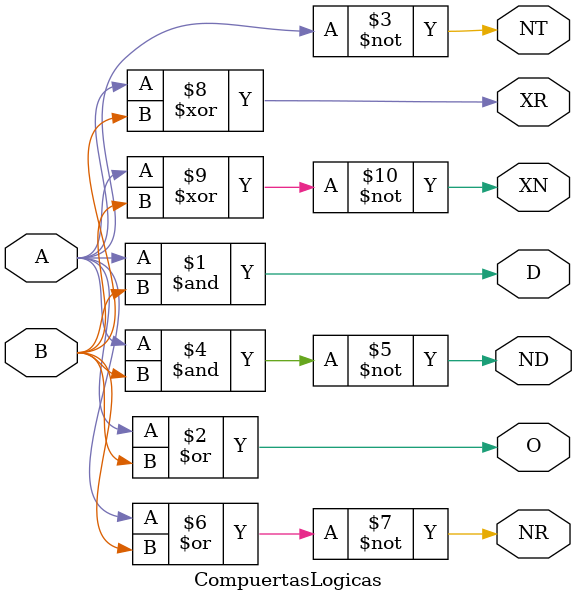
<source format=v>
`timescale 1ns/1ns

module CompuertasLogicas( 
    input A,
    input B,
    output D, 
    output O, 
    output NT, 
    output ND, 
    output NR, 
    output XR, 
    output XN 
);

assign D = A & B;     // AND
assign O = A | B;     // OR
assign NT = ~A;        // NOT 
assign ND = ~(A & B);  // NAND
assign NR = ~(A | B);  // NOR
assign XR = A ^ B;     // XOR
assign XN = ~(A ^ B);  // XNOR

endmodule

</source>
